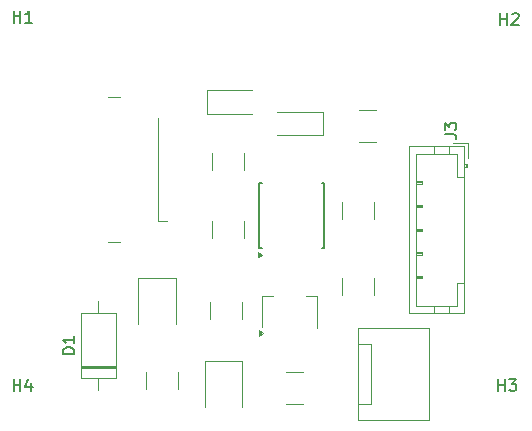
<source format=gbr>
%TF.GenerationSoftware,KiCad,Pcbnew,8.0.8*%
%TF.CreationDate,2025-06-30T12:26:25+05:30*%
%TF.ProjectId,ATtiny85,41547469-6e79-4383-952e-6b696361645f,rev?*%
%TF.SameCoordinates,Original*%
%TF.FileFunction,Legend,Top*%
%TF.FilePolarity,Positive*%
%FSLAX46Y46*%
G04 Gerber Fmt 4.6, Leading zero omitted, Abs format (unit mm)*
G04 Created by KiCad (PCBNEW 8.0.8) date 2025-06-30 12:26:25*
%MOMM*%
%LPD*%
G01*
G04 APERTURE LIST*
%ADD10C,0.150000*%
%ADD11C,0.120000*%
G04 APERTURE END LIST*
D10*
X108438095Y-91054819D02*
X108438095Y-90054819D01*
X108438095Y-90531009D02*
X109009523Y-90531009D01*
X109009523Y-91054819D02*
X109009523Y-90054819D01*
X109914285Y-90388152D02*
X109914285Y-91054819D01*
X109676190Y-90007200D02*
X109438095Y-90721485D01*
X109438095Y-90721485D02*
X110057142Y-90721485D01*
X149438095Y-91054819D02*
X149438095Y-90054819D01*
X149438095Y-90531009D02*
X150009523Y-90531009D01*
X150009523Y-91054819D02*
X150009523Y-90054819D01*
X150390476Y-90054819D02*
X151009523Y-90054819D01*
X151009523Y-90054819D02*
X150676190Y-90435771D01*
X150676190Y-90435771D02*
X150819047Y-90435771D01*
X150819047Y-90435771D02*
X150914285Y-90483390D01*
X150914285Y-90483390D02*
X150961904Y-90531009D01*
X150961904Y-90531009D02*
X151009523Y-90626247D01*
X151009523Y-90626247D02*
X151009523Y-90864342D01*
X151009523Y-90864342D02*
X150961904Y-90959580D01*
X150961904Y-90959580D02*
X150914285Y-91007200D01*
X150914285Y-91007200D02*
X150819047Y-91054819D01*
X150819047Y-91054819D02*
X150533333Y-91054819D01*
X150533333Y-91054819D02*
X150438095Y-91007200D01*
X150438095Y-91007200D02*
X150390476Y-90959580D01*
X149638095Y-60054819D02*
X149638095Y-59054819D01*
X149638095Y-59531009D02*
X150209523Y-59531009D01*
X150209523Y-60054819D02*
X150209523Y-59054819D01*
X150638095Y-59150057D02*
X150685714Y-59102438D01*
X150685714Y-59102438D02*
X150780952Y-59054819D01*
X150780952Y-59054819D02*
X151019047Y-59054819D01*
X151019047Y-59054819D02*
X151114285Y-59102438D01*
X151114285Y-59102438D02*
X151161904Y-59150057D01*
X151161904Y-59150057D02*
X151209523Y-59245295D01*
X151209523Y-59245295D02*
X151209523Y-59340533D01*
X151209523Y-59340533D02*
X151161904Y-59483390D01*
X151161904Y-59483390D02*
X150590476Y-60054819D01*
X150590476Y-60054819D02*
X151209523Y-60054819D01*
X108438095Y-59854819D02*
X108438095Y-58854819D01*
X108438095Y-59331009D02*
X109009523Y-59331009D01*
X109009523Y-59854819D02*
X109009523Y-58854819D01*
X110009523Y-59854819D02*
X109438095Y-59854819D01*
X109723809Y-59854819D02*
X109723809Y-58854819D01*
X109723809Y-58854819D02*
X109628571Y-58997676D01*
X109628571Y-58997676D02*
X109533333Y-59092914D01*
X109533333Y-59092914D02*
X109438095Y-59140533D01*
X113584819Y-87938094D02*
X112584819Y-87938094D01*
X112584819Y-87938094D02*
X112584819Y-87699999D01*
X112584819Y-87699999D02*
X112632438Y-87557142D01*
X112632438Y-87557142D02*
X112727676Y-87461904D01*
X112727676Y-87461904D02*
X112822914Y-87414285D01*
X112822914Y-87414285D02*
X113013390Y-87366666D01*
X113013390Y-87366666D02*
X113156247Y-87366666D01*
X113156247Y-87366666D02*
X113346723Y-87414285D01*
X113346723Y-87414285D02*
X113441961Y-87461904D01*
X113441961Y-87461904D02*
X113537200Y-87557142D01*
X113537200Y-87557142D02*
X113584819Y-87699999D01*
X113584819Y-87699999D02*
X113584819Y-87938094D01*
X113584819Y-86414285D02*
X113584819Y-86985713D01*
X113584819Y-86699999D02*
X112584819Y-86699999D01*
X112584819Y-86699999D02*
X112727676Y-86795237D01*
X112727676Y-86795237D02*
X112822914Y-86890475D01*
X112822914Y-86890475D02*
X112870533Y-86985713D01*
X144929819Y-69333333D02*
X145644104Y-69333333D01*
X145644104Y-69333333D02*
X145786961Y-69380952D01*
X145786961Y-69380952D02*
X145882200Y-69476190D01*
X145882200Y-69476190D02*
X145929819Y-69619047D01*
X145929819Y-69619047D02*
X145929819Y-69714285D01*
X144929819Y-68952380D02*
X144929819Y-68333333D01*
X144929819Y-68333333D02*
X145310771Y-68666666D01*
X145310771Y-68666666D02*
X145310771Y-68523809D01*
X145310771Y-68523809D02*
X145358390Y-68428571D01*
X145358390Y-68428571D02*
X145406009Y-68380952D01*
X145406009Y-68380952D02*
X145501247Y-68333333D01*
X145501247Y-68333333D02*
X145739342Y-68333333D01*
X145739342Y-68333333D02*
X145834580Y-68380952D01*
X145834580Y-68380952D02*
X145882200Y-68428571D01*
X145882200Y-68428571D02*
X145929819Y-68523809D01*
X145929819Y-68523809D02*
X145929819Y-68809523D01*
X145929819Y-68809523D02*
X145882200Y-68904761D01*
X145882200Y-68904761D02*
X145834580Y-68952380D01*
D11*
%TO.C,R5*%
X125045000Y-83476263D02*
X125045000Y-84923737D01*
X127755000Y-83476263D02*
X127755000Y-84923737D01*
%TO.C,R2*%
X125245000Y-76676263D02*
X125245000Y-78123737D01*
X127955000Y-76676263D02*
X127955000Y-78123737D01*
%TO.C,D1*%
X114130000Y-84480000D02*
X114130000Y-89920000D01*
X114130000Y-88900000D02*
X117070000Y-88900000D01*
X114130000Y-89020000D02*
X117070000Y-89020000D01*
X114130000Y-89140000D02*
X117070000Y-89140000D01*
X114130000Y-89920000D02*
X117070000Y-89920000D01*
X115600000Y-83460000D02*
X115600000Y-84480000D01*
X115600000Y-90940000D02*
X115600000Y-89920000D01*
X117070000Y-84480000D02*
X114130000Y-84480000D01*
X117070000Y-89920000D02*
X117070000Y-84480000D01*
%TO.C,D4*%
X124615000Y-88515000D02*
X124615000Y-92400000D01*
X127785000Y-88515000D02*
X124615000Y-88515000D01*
X127785000Y-92400000D02*
X127785000Y-88515000D01*
%TO.C,D2*%
X134610000Y-67400000D02*
X130750000Y-67400000D01*
X134610000Y-69400000D02*
X130750000Y-69400000D01*
X134610000Y-69400000D02*
X134610000Y-67400000D01*
%TO.C,C1*%
X132911252Y-89440000D02*
X131488748Y-89440000D01*
X132911252Y-92160000D02*
X131488748Y-92160000D01*
%TO.C,J1*%
X117475000Y-66155000D02*
X116425000Y-66155000D01*
X117475000Y-78445000D02*
X116425000Y-78445000D01*
X120645000Y-76700000D02*
X120645000Y-67900000D01*
X120645000Y-76700000D02*
X121400000Y-76700000D01*
%TO.C,R3*%
X125245000Y-70876263D02*
X125245000Y-72323737D01*
X127955000Y-70876263D02*
X127955000Y-72323737D01*
%TO.C,U2*%
X129440000Y-85620000D02*
X129440000Y-83040000D01*
X130420000Y-83040000D02*
X129440000Y-83040000D01*
X133180000Y-83040000D02*
X134160000Y-83040000D01*
X134160000Y-83040000D02*
X134160000Y-85760000D01*
X129590000Y-86170000D02*
X129260000Y-86410000D01*
X129260000Y-85930000D01*
X129590000Y-86170000D01*
G36*
X129590000Y-86170000D02*
G01*
X129260000Y-86410000D01*
X129260000Y-85930000D01*
X129590000Y-86170000D01*
G37*
%TO.C,D5*%
X119015000Y-81515000D02*
X119015000Y-85400000D01*
X122185000Y-81515000D02*
X119015000Y-81515000D01*
X122185000Y-85400000D02*
X122185000Y-81515000D01*
%TO.C,J2*%
X143650000Y-93510000D02*
X137600000Y-93510000D01*
X143650000Y-85710000D02*
X143650000Y-93510000D01*
X138710000Y-92140000D02*
X137700000Y-92140000D01*
X138710000Y-87060000D02*
X138710000Y-92140000D01*
X137700000Y-87060000D02*
X138710000Y-87060000D01*
X137600000Y-93510000D02*
X137600000Y-85710000D01*
X137600000Y-85710000D02*
X143650000Y-85710000D01*
%TO.C,C3*%
X136240000Y-81488748D02*
X136240000Y-82911252D01*
X138960000Y-81488748D02*
X138960000Y-82911252D01*
%TO.C,C2*%
X136240000Y-75088748D02*
X136240000Y-76511252D01*
X138960000Y-75088748D02*
X138960000Y-76511252D01*
%TO.C,D3*%
X124790000Y-65600000D02*
X124790000Y-67600000D01*
X124790000Y-65600000D02*
X128650000Y-65600000D01*
X124790000Y-67600000D02*
X128650000Y-67600000D01*
%TO.C,R4*%
X119645000Y-89476263D02*
X119645000Y-90923737D01*
X122355000Y-89476263D02*
X122355000Y-90923737D01*
%TO.C,R1*%
X139123737Y-67245000D02*
X137676263Y-67245000D01*
X139123737Y-69955000D02*
X137676263Y-69955000D01*
%TO.C,J3*%
X141890000Y-70340000D02*
X141890000Y-84460000D01*
X141890000Y-84460000D02*
X146610000Y-84460000D01*
X142500000Y-70950000D02*
X142500000Y-83850000D01*
X142500000Y-73300000D02*
X143000000Y-73300000D01*
X142500000Y-73400000D02*
X143000000Y-73400000D01*
X142500000Y-75300000D02*
X143000000Y-75300000D01*
X142500000Y-75400000D02*
X143000000Y-75400000D01*
X142500000Y-77300000D02*
X143000000Y-77300000D01*
X142500000Y-77400000D02*
X143000000Y-77400000D01*
X142500000Y-79300000D02*
X143000000Y-79300000D01*
X142500000Y-79400000D02*
X143000000Y-79400000D01*
X142500000Y-81300000D02*
X143000000Y-81300000D01*
X142500000Y-81400000D02*
X143000000Y-81400000D01*
X142500000Y-83850000D02*
X146000000Y-83850000D01*
X143000000Y-73300000D02*
X143000000Y-73500000D01*
X143000000Y-73500000D02*
X142500000Y-73500000D01*
X143000000Y-75300000D02*
X143000000Y-75500000D01*
X143000000Y-75500000D02*
X142500000Y-75500000D01*
X143000000Y-77300000D02*
X143000000Y-77500000D01*
X143000000Y-77500000D02*
X142500000Y-77500000D01*
X143000000Y-79300000D02*
X143000000Y-79500000D01*
X143000000Y-79500000D02*
X142500000Y-79500000D01*
X143000000Y-81300000D02*
X143000000Y-81500000D01*
X143000000Y-81500000D02*
X142500000Y-81500000D01*
X144000000Y-70340000D02*
X144000000Y-70950000D01*
X144000000Y-84460000D02*
X144000000Y-83850000D01*
X145300000Y-70340000D02*
X145300000Y-70950000D01*
X145300000Y-84460000D02*
X145300000Y-83850000D01*
X146000000Y-70950000D02*
X142500000Y-70950000D01*
X146000000Y-72900000D02*
X146000000Y-70950000D01*
X146000000Y-81900000D02*
X146610000Y-81900000D01*
X146000000Y-83850000D02*
X146000000Y-81900000D01*
X146610000Y-70340000D02*
X141890000Y-70340000D01*
X146610000Y-72100000D02*
X146810000Y-72100000D01*
X146610000Y-72900000D02*
X146000000Y-72900000D01*
X146610000Y-84460000D02*
X146610000Y-70340000D01*
X146710000Y-72100000D02*
X146710000Y-71800000D01*
X146810000Y-71800000D02*
X146610000Y-71800000D01*
X146810000Y-72100000D02*
X146810000Y-71800000D01*
X146910000Y-70040000D02*
X145660000Y-70040000D01*
X146910000Y-71290000D02*
X146910000Y-70040000D01*
D10*
%TO.C,U1*%
X129245000Y-73450000D02*
X129450000Y-73450000D01*
X129245000Y-78950000D02*
X129245000Y-73450000D01*
X129245000Y-78950000D02*
X129450000Y-78950000D01*
X134755000Y-73450000D02*
X134550000Y-73450000D01*
X134755000Y-78950000D02*
X134550000Y-78950000D01*
X134755000Y-78950000D02*
X134755000Y-73450000D01*
D11*
X129500000Y-79500000D02*
X129170000Y-79740000D01*
X129170000Y-79260000D01*
X129500000Y-79500000D01*
G36*
X129500000Y-79500000D02*
G01*
X129170000Y-79740000D01*
X129170000Y-79260000D01*
X129500000Y-79500000D01*
G37*
%TD*%
M02*

</source>
